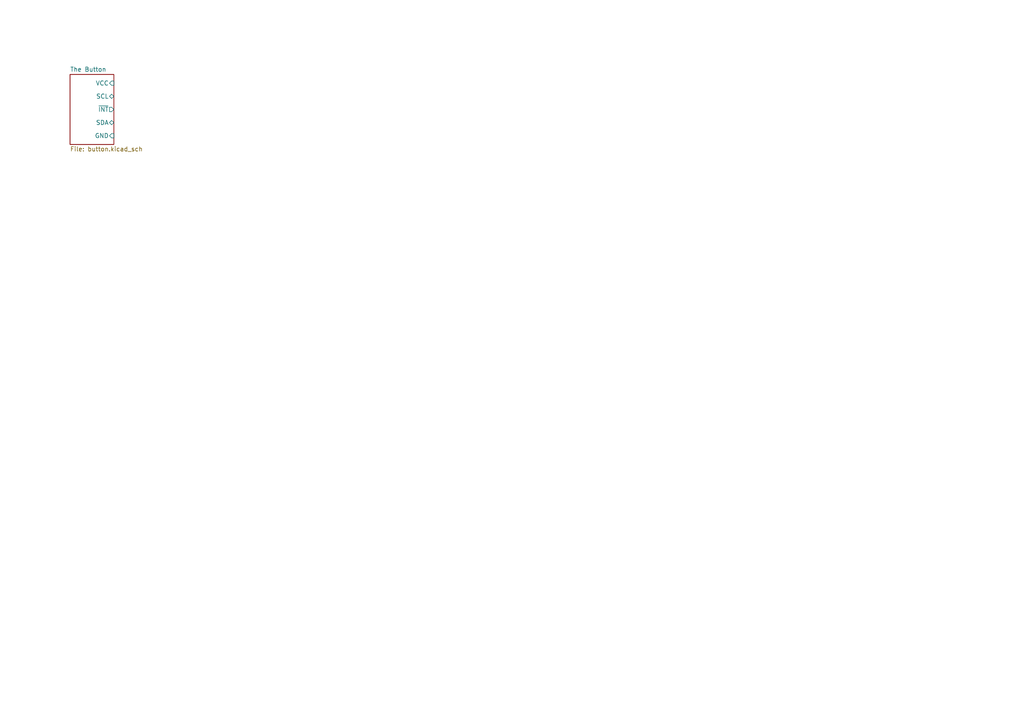
<source format=kicad_sch>
(kicad_sch
	(version 20231120)
	(generator "eeschema")
	(generator_version "8.0")
	(uuid "b5a6c315-00b5-445d-a49f-bfda9e5399e4")
	(paper "A4")
	(lib_symbols)
	(sheet
		(at 20.32 21.59)
		(size 12.7 20.32)
		(fields_autoplaced yes)
		(stroke
			(width 0.1524)
			(type solid)
		)
		(fill
			(color 0 0 0 0.0000)
		)
		(uuid "569f2921-3a89-4e88-a759-21a99ccb92c0")
		(property "Sheetname" "The Button"
			(at 20.32 20.8784 0)
			(effects
				(font
					(size 1.27 1.27)
				)
				(justify left bottom)
			)
		)
		(property "Sheetfile" "button.kicad_sch"
			(at 20.32 42.4946 0)
			(effects
				(font
					(size 1.27 1.27)
				)
				(justify left top)
			)
		)
		(pin "GND" input
			(at 33.02 39.37 0)
			(effects
				(font
					(size 1.27 1.27)
				)
				(justify right)
			)
			(uuid "4aa3f482-c7f6-4d30-a5e1-c7be7c32175d")
		)
		(pin "SDA" bidirectional
			(at 33.02 35.56 0)
			(effects
				(font
					(size 1.27 1.27)
				)
				(justify right)
			)
			(uuid "ddecaa51-b68c-4ab9-9e20-1d3b0b2fa4a0")
		)
		(pin "~{INT}" output
			(at 33.02 31.75 0)
			(effects
				(font
					(size 1.27 1.27)
				)
				(justify right)
			)
			(uuid "02a8ed7c-551d-42d1-99c2-fa2314d7c650")
		)
		(pin "SCL" bidirectional
			(at 33.02 27.94 0)
			(effects
				(font
					(size 1.27 1.27)
				)
				(justify right)
			)
			(uuid "be93c465-9530-4f09-9765-8c0147e10537")
		)
		(pin "VCC" input
			(at 33.02 24.13 0)
			(effects
				(font
					(size 1.27 1.27)
				)
				(justify right)
			)
			(uuid "98abcd2d-bdb9-4e73-88a4-792a397b9ad2")
		)
		(instances
			(project "board"
				(path "/b5a6c315-00b5-445d-a49f-bfda9e5399e4"
					(page "2")
				)
			)
		)
	)
	(sheet_instances
		(path "/"
			(page "1")
		)
	)
)

</source>
